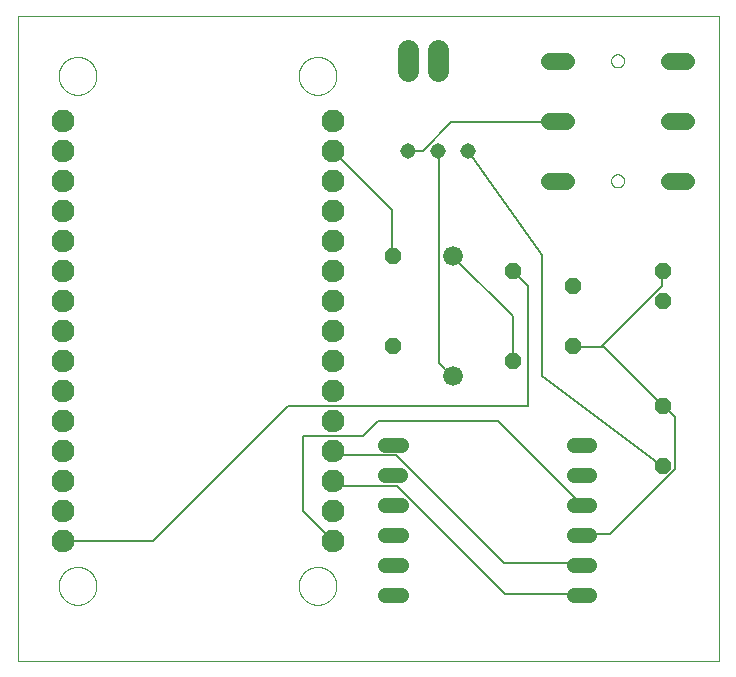
<source format=gtl>
G75*
%MOIN*%
%OFA0B0*%
%FSLAX25Y25*%
%IPPOS*%
%LPD*%
%AMOC8*
5,1,8,0,0,1.08239X$1,22.5*
%
%ADD10C,0.00000*%
%ADD11OC8,0.05200*%
%ADD12C,0.06600*%
%ADD13C,0.05543*%
%ADD14C,0.07600*%
%ADD15C,0.04921*%
%ADD16C,0.05150*%
%ADD17C,0.07087*%
%ADD18C,0.00600*%
D10*
X0001000Y0001000D02*
X0001000Y0215961D01*
X0234701Y0215961D01*
X0234701Y0001000D01*
X0001000Y0001000D01*
X0014701Y0026000D02*
X0014703Y0026158D01*
X0014709Y0026316D01*
X0014719Y0026474D01*
X0014733Y0026632D01*
X0014751Y0026789D01*
X0014772Y0026946D01*
X0014798Y0027102D01*
X0014828Y0027258D01*
X0014861Y0027413D01*
X0014899Y0027566D01*
X0014940Y0027719D01*
X0014985Y0027871D01*
X0015034Y0028022D01*
X0015087Y0028171D01*
X0015143Y0028319D01*
X0015203Y0028465D01*
X0015267Y0028610D01*
X0015335Y0028753D01*
X0015406Y0028895D01*
X0015480Y0029035D01*
X0015558Y0029172D01*
X0015640Y0029308D01*
X0015724Y0029442D01*
X0015813Y0029573D01*
X0015904Y0029702D01*
X0015999Y0029829D01*
X0016096Y0029954D01*
X0016197Y0030076D01*
X0016301Y0030195D01*
X0016408Y0030312D01*
X0016518Y0030426D01*
X0016631Y0030537D01*
X0016746Y0030646D01*
X0016864Y0030751D01*
X0016985Y0030853D01*
X0017108Y0030953D01*
X0017234Y0031049D01*
X0017362Y0031142D01*
X0017492Y0031232D01*
X0017625Y0031318D01*
X0017760Y0031402D01*
X0017896Y0031481D01*
X0018035Y0031558D01*
X0018176Y0031630D01*
X0018318Y0031700D01*
X0018462Y0031765D01*
X0018608Y0031827D01*
X0018755Y0031885D01*
X0018904Y0031940D01*
X0019054Y0031991D01*
X0019205Y0032038D01*
X0019357Y0032081D01*
X0019510Y0032120D01*
X0019665Y0032156D01*
X0019820Y0032187D01*
X0019976Y0032215D01*
X0020132Y0032239D01*
X0020289Y0032259D01*
X0020447Y0032275D01*
X0020604Y0032287D01*
X0020763Y0032295D01*
X0020921Y0032299D01*
X0021079Y0032299D01*
X0021237Y0032295D01*
X0021396Y0032287D01*
X0021553Y0032275D01*
X0021711Y0032259D01*
X0021868Y0032239D01*
X0022024Y0032215D01*
X0022180Y0032187D01*
X0022335Y0032156D01*
X0022490Y0032120D01*
X0022643Y0032081D01*
X0022795Y0032038D01*
X0022946Y0031991D01*
X0023096Y0031940D01*
X0023245Y0031885D01*
X0023392Y0031827D01*
X0023538Y0031765D01*
X0023682Y0031700D01*
X0023824Y0031630D01*
X0023965Y0031558D01*
X0024104Y0031481D01*
X0024240Y0031402D01*
X0024375Y0031318D01*
X0024508Y0031232D01*
X0024638Y0031142D01*
X0024766Y0031049D01*
X0024892Y0030953D01*
X0025015Y0030853D01*
X0025136Y0030751D01*
X0025254Y0030646D01*
X0025369Y0030537D01*
X0025482Y0030426D01*
X0025592Y0030312D01*
X0025699Y0030195D01*
X0025803Y0030076D01*
X0025904Y0029954D01*
X0026001Y0029829D01*
X0026096Y0029702D01*
X0026187Y0029573D01*
X0026276Y0029442D01*
X0026360Y0029308D01*
X0026442Y0029172D01*
X0026520Y0029035D01*
X0026594Y0028895D01*
X0026665Y0028753D01*
X0026733Y0028610D01*
X0026797Y0028465D01*
X0026857Y0028319D01*
X0026913Y0028171D01*
X0026966Y0028022D01*
X0027015Y0027871D01*
X0027060Y0027719D01*
X0027101Y0027566D01*
X0027139Y0027413D01*
X0027172Y0027258D01*
X0027202Y0027102D01*
X0027228Y0026946D01*
X0027249Y0026789D01*
X0027267Y0026632D01*
X0027281Y0026474D01*
X0027291Y0026316D01*
X0027297Y0026158D01*
X0027299Y0026000D01*
X0027297Y0025842D01*
X0027291Y0025684D01*
X0027281Y0025526D01*
X0027267Y0025368D01*
X0027249Y0025211D01*
X0027228Y0025054D01*
X0027202Y0024898D01*
X0027172Y0024742D01*
X0027139Y0024587D01*
X0027101Y0024434D01*
X0027060Y0024281D01*
X0027015Y0024129D01*
X0026966Y0023978D01*
X0026913Y0023829D01*
X0026857Y0023681D01*
X0026797Y0023535D01*
X0026733Y0023390D01*
X0026665Y0023247D01*
X0026594Y0023105D01*
X0026520Y0022965D01*
X0026442Y0022828D01*
X0026360Y0022692D01*
X0026276Y0022558D01*
X0026187Y0022427D01*
X0026096Y0022298D01*
X0026001Y0022171D01*
X0025904Y0022046D01*
X0025803Y0021924D01*
X0025699Y0021805D01*
X0025592Y0021688D01*
X0025482Y0021574D01*
X0025369Y0021463D01*
X0025254Y0021354D01*
X0025136Y0021249D01*
X0025015Y0021147D01*
X0024892Y0021047D01*
X0024766Y0020951D01*
X0024638Y0020858D01*
X0024508Y0020768D01*
X0024375Y0020682D01*
X0024240Y0020598D01*
X0024104Y0020519D01*
X0023965Y0020442D01*
X0023824Y0020370D01*
X0023682Y0020300D01*
X0023538Y0020235D01*
X0023392Y0020173D01*
X0023245Y0020115D01*
X0023096Y0020060D01*
X0022946Y0020009D01*
X0022795Y0019962D01*
X0022643Y0019919D01*
X0022490Y0019880D01*
X0022335Y0019844D01*
X0022180Y0019813D01*
X0022024Y0019785D01*
X0021868Y0019761D01*
X0021711Y0019741D01*
X0021553Y0019725D01*
X0021396Y0019713D01*
X0021237Y0019705D01*
X0021079Y0019701D01*
X0020921Y0019701D01*
X0020763Y0019705D01*
X0020604Y0019713D01*
X0020447Y0019725D01*
X0020289Y0019741D01*
X0020132Y0019761D01*
X0019976Y0019785D01*
X0019820Y0019813D01*
X0019665Y0019844D01*
X0019510Y0019880D01*
X0019357Y0019919D01*
X0019205Y0019962D01*
X0019054Y0020009D01*
X0018904Y0020060D01*
X0018755Y0020115D01*
X0018608Y0020173D01*
X0018462Y0020235D01*
X0018318Y0020300D01*
X0018176Y0020370D01*
X0018035Y0020442D01*
X0017896Y0020519D01*
X0017760Y0020598D01*
X0017625Y0020682D01*
X0017492Y0020768D01*
X0017362Y0020858D01*
X0017234Y0020951D01*
X0017108Y0021047D01*
X0016985Y0021147D01*
X0016864Y0021249D01*
X0016746Y0021354D01*
X0016631Y0021463D01*
X0016518Y0021574D01*
X0016408Y0021688D01*
X0016301Y0021805D01*
X0016197Y0021924D01*
X0016096Y0022046D01*
X0015999Y0022171D01*
X0015904Y0022298D01*
X0015813Y0022427D01*
X0015724Y0022558D01*
X0015640Y0022692D01*
X0015558Y0022828D01*
X0015480Y0022965D01*
X0015406Y0023105D01*
X0015335Y0023247D01*
X0015267Y0023390D01*
X0015203Y0023535D01*
X0015143Y0023681D01*
X0015087Y0023829D01*
X0015034Y0023978D01*
X0014985Y0024129D01*
X0014940Y0024281D01*
X0014899Y0024434D01*
X0014861Y0024587D01*
X0014828Y0024742D01*
X0014798Y0024898D01*
X0014772Y0025054D01*
X0014751Y0025211D01*
X0014733Y0025368D01*
X0014719Y0025526D01*
X0014709Y0025684D01*
X0014703Y0025842D01*
X0014701Y0026000D01*
X0094701Y0026000D02*
X0094703Y0026158D01*
X0094709Y0026316D01*
X0094719Y0026474D01*
X0094733Y0026632D01*
X0094751Y0026789D01*
X0094772Y0026946D01*
X0094798Y0027102D01*
X0094828Y0027258D01*
X0094861Y0027413D01*
X0094899Y0027566D01*
X0094940Y0027719D01*
X0094985Y0027871D01*
X0095034Y0028022D01*
X0095087Y0028171D01*
X0095143Y0028319D01*
X0095203Y0028465D01*
X0095267Y0028610D01*
X0095335Y0028753D01*
X0095406Y0028895D01*
X0095480Y0029035D01*
X0095558Y0029172D01*
X0095640Y0029308D01*
X0095724Y0029442D01*
X0095813Y0029573D01*
X0095904Y0029702D01*
X0095999Y0029829D01*
X0096096Y0029954D01*
X0096197Y0030076D01*
X0096301Y0030195D01*
X0096408Y0030312D01*
X0096518Y0030426D01*
X0096631Y0030537D01*
X0096746Y0030646D01*
X0096864Y0030751D01*
X0096985Y0030853D01*
X0097108Y0030953D01*
X0097234Y0031049D01*
X0097362Y0031142D01*
X0097492Y0031232D01*
X0097625Y0031318D01*
X0097760Y0031402D01*
X0097896Y0031481D01*
X0098035Y0031558D01*
X0098176Y0031630D01*
X0098318Y0031700D01*
X0098462Y0031765D01*
X0098608Y0031827D01*
X0098755Y0031885D01*
X0098904Y0031940D01*
X0099054Y0031991D01*
X0099205Y0032038D01*
X0099357Y0032081D01*
X0099510Y0032120D01*
X0099665Y0032156D01*
X0099820Y0032187D01*
X0099976Y0032215D01*
X0100132Y0032239D01*
X0100289Y0032259D01*
X0100447Y0032275D01*
X0100604Y0032287D01*
X0100763Y0032295D01*
X0100921Y0032299D01*
X0101079Y0032299D01*
X0101237Y0032295D01*
X0101396Y0032287D01*
X0101553Y0032275D01*
X0101711Y0032259D01*
X0101868Y0032239D01*
X0102024Y0032215D01*
X0102180Y0032187D01*
X0102335Y0032156D01*
X0102490Y0032120D01*
X0102643Y0032081D01*
X0102795Y0032038D01*
X0102946Y0031991D01*
X0103096Y0031940D01*
X0103245Y0031885D01*
X0103392Y0031827D01*
X0103538Y0031765D01*
X0103682Y0031700D01*
X0103824Y0031630D01*
X0103965Y0031558D01*
X0104104Y0031481D01*
X0104240Y0031402D01*
X0104375Y0031318D01*
X0104508Y0031232D01*
X0104638Y0031142D01*
X0104766Y0031049D01*
X0104892Y0030953D01*
X0105015Y0030853D01*
X0105136Y0030751D01*
X0105254Y0030646D01*
X0105369Y0030537D01*
X0105482Y0030426D01*
X0105592Y0030312D01*
X0105699Y0030195D01*
X0105803Y0030076D01*
X0105904Y0029954D01*
X0106001Y0029829D01*
X0106096Y0029702D01*
X0106187Y0029573D01*
X0106276Y0029442D01*
X0106360Y0029308D01*
X0106442Y0029172D01*
X0106520Y0029035D01*
X0106594Y0028895D01*
X0106665Y0028753D01*
X0106733Y0028610D01*
X0106797Y0028465D01*
X0106857Y0028319D01*
X0106913Y0028171D01*
X0106966Y0028022D01*
X0107015Y0027871D01*
X0107060Y0027719D01*
X0107101Y0027566D01*
X0107139Y0027413D01*
X0107172Y0027258D01*
X0107202Y0027102D01*
X0107228Y0026946D01*
X0107249Y0026789D01*
X0107267Y0026632D01*
X0107281Y0026474D01*
X0107291Y0026316D01*
X0107297Y0026158D01*
X0107299Y0026000D01*
X0107297Y0025842D01*
X0107291Y0025684D01*
X0107281Y0025526D01*
X0107267Y0025368D01*
X0107249Y0025211D01*
X0107228Y0025054D01*
X0107202Y0024898D01*
X0107172Y0024742D01*
X0107139Y0024587D01*
X0107101Y0024434D01*
X0107060Y0024281D01*
X0107015Y0024129D01*
X0106966Y0023978D01*
X0106913Y0023829D01*
X0106857Y0023681D01*
X0106797Y0023535D01*
X0106733Y0023390D01*
X0106665Y0023247D01*
X0106594Y0023105D01*
X0106520Y0022965D01*
X0106442Y0022828D01*
X0106360Y0022692D01*
X0106276Y0022558D01*
X0106187Y0022427D01*
X0106096Y0022298D01*
X0106001Y0022171D01*
X0105904Y0022046D01*
X0105803Y0021924D01*
X0105699Y0021805D01*
X0105592Y0021688D01*
X0105482Y0021574D01*
X0105369Y0021463D01*
X0105254Y0021354D01*
X0105136Y0021249D01*
X0105015Y0021147D01*
X0104892Y0021047D01*
X0104766Y0020951D01*
X0104638Y0020858D01*
X0104508Y0020768D01*
X0104375Y0020682D01*
X0104240Y0020598D01*
X0104104Y0020519D01*
X0103965Y0020442D01*
X0103824Y0020370D01*
X0103682Y0020300D01*
X0103538Y0020235D01*
X0103392Y0020173D01*
X0103245Y0020115D01*
X0103096Y0020060D01*
X0102946Y0020009D01*
X0102795Y0019962D01*
X0102643Y0019919D01*
X0102490Y0019880D01*
X0102335Y0019844D01*
X0102180Y0019813D01*
X0102024Y0019785D01*
X0101868Y0019761D01*
X0101711Y0019741D01*
X0101553Y0019725D01*
X0101396Y0019713D01*
X0101237Y0019705D01*
X0101079Y0019701D01*
X0100921Y0019701D01*
X0100763Y0019705D01*
X0100604Y0019713D01*
X0100447Y0019725D01*
X0100289Y0019741D01*
X0100132Y0019761D01*
X0099976Y0019785D01*
X0099820Y0019813D01*
X0099665Y0019844D01*
X0099510Y0019880D01*
X0099357Y0019919D01*
X0099205Y0019962D01*
X0099054Y0020009D01*
X0098904Y0020060D01*
X0098755Y0020115D01*
X0098608Y0020173D01*
X0098462Y0020235D01*
X0098318Y0020300D01*
X0098176Y0020370D01*
X0098035Y0020442D01*
X0097896Y0020519D01*
X0097760Y0020598D01*
X0097625Y0020682D01*
X0097492Y0020768D01*
X0097362Y0020858D01*
X0097234Y0020951D01*
X0097108Y0021047D01*
X0096985Y0021147D01*
X0096864Y0021249D01*
X0096746Y0021354D01*
X0096631Y0021463D01*
X0096518Y0021574D01*
X0096408Y0021688D01*
X0096301Y0021805D01*
X0096197Y0021924D01*
X0096096Y0022046D01*
X0095999Y0022171D01*
X0095904Y0022298D01*
X0095813Y0022427D01*
X0095724Y0022558D01*
X0095640Y0022692D01*
X0095558Y0022828D01*
X0095480Y0022965D01*
X0095406Y0023105D01*
X0095335Y0023247D01*
X0095267Y0023390D01*
X0095203Y0023535D01*
X0095143Y0023681D01*
X0095087Y0023829D01*
X0095034Y0023978D01*
X0094985Y0024129D01*
X0094940Y0024281D01*
X0094899Y0024434D01*
X0094861Y0024587D01*
X0094828Y0024742D01*
X0094798Y0024898D01*
X0094772Y0025054D01*
X0094751Y0025211D01*
X0094733Y0025368D01*
X0094719Y0025526D01*
X0094709Y0025684D01*
X0094703Y0025842D01*
X0094701Y0026000D01*
X0198835Y0161000D02*
X0198837Y0161093D01*
X0198843Y0161185D01*
X0198853Y0161277D01*
X0198867Y0161368D01*
X0198884Y0161459D01*
X0198906Y0161549D01*
X0198931Y0161638D01*
X0198960Y0161726D01*
X0198993Y0161812D01*
X0199030Y0161897D01*
X0199070Y0161981D01*
X0199114Y0162062D01*
X0199161Y0162142D01*
X0199211Y0162220D01*
X0199265Y0162295D01*
X0199322Y0162368D01*
X0199382Y0162438D01*
X0199445Y0162506D01*
X0199511Y0162571D01*
X0199579Y0162633D01*
X0199650Y0162693D01*
X0199724Y0162749D01*
X0199800Y0162802D01*
X0199878Y0162851D01*
X0199958Y0162898D01*
X0200040Y0162940D01*
X0200124Y0162980D01*
X0200209Y0163015D01*
X0200296Y0163047D01*
X0200384Y0163076D01*
X0200473Y0163100D01*
X0200563Y0163121D01*
X0200654Y0163137D01*
X0200746Y0163150D01*
X0200838Y0163159D01*
X0200931Y0163164D01*
X0201023Y0163165D01*
X0201116Y0163162D01*
X0201208Y0163155D01*
X0201300Y0163144D01*
X0201391Y0163129D01*
X0201482Y0163111D01*
X0201572Y0163088D01*
X0201660Y0163062D01*
X0201748Y0163032D01*
X0201834Y0162998D01*
X0201918Y0162961D01*
X0202001Y0162919D01*
X0202082Y0162875D01*
X0202162Y0162827D01*
X0202239Y0162776D01*
X0202313Y0162721D01*
X0202386Y0162663D01*
X0202456Y0162603D01*
X0202523Y0162539D01*
X0202587Y0162473D01*
X0202649Y0162403D01*
X0202707Y0162332D01*
X0202762Y0162258D01*
X0202814Y0162181D01*
X0202863Y0162102D01*
X0202909Y0162022D01*
X0202951Y0161939D01*
X0202989Y0161855D01*
X0203024Y0161769D01*
X0203055Y0161682D01*
X0203082Y0161594D01*
X0203105Y0161504D01*
X0203125Y0161414D01*
X0203141Y0161323D01*
X0203153Y0161231D01*
X0203161Y0161139D01*
X0203165Y0161046D01*
X0203165Y0160954D01*
X0203161Y0160861D01*
X0203153Y0160769D01*
X0203141Y0160677D01*
X0203125Y0160586D01*
X0203105Y0160496D01*
X0203082Y0160406D01*
X0203055Y0160318D01*
X0203024Y0160231D01*
X0202989Y0160145D01*
X0202951Y0160061D01*
X0202909Y0159978D01*
X0202863Y0159898D01*
X0202814Y0159819D01*
X0202762Y0159742D01*
X0202707Y0159668D01*
X0202649Y0159597D01*
X0202587Y0159527D01*
X0202523Y0159461D01*
X0202456Y0159397D01*
X0202386Y0159337D01*
X0202313Y0159279D01*
X0202239Y0159224D01*
X0202162Y0159173D01*
X0202083Y0159125D01*
X0202001Y0159081D01*
X0201918Y0159039D01*
X0201834Y0159002D01*
X0201748Y0158968D01*
X0201660Y0158938D01*
X0201572Y0158912D01*
X0201482Y0158889D01*
X0201391Y0158871D01*
X0201300Y0158856D01*
X0201208Y0158845D01*
X0201116Y0158838D01*
X0201023Y0158835D01*
X0200931Y0158836D01*
X0200838Y0158841D01*
X0200746Y0158850D01*
X0200654Y0158863D01*
X0200563Y0158879D01*
X0200473Y0158900D01*
X0200384Y0158924D01*
X0200296Y0158953D01*
X0200209Y0158985D01*
X0200124Y0159020D01*
X0200040Y0159060D01*
X0199958Y0159102D01*
X0199878Y0159149D01*
X0199800Y0159198D01*
X0199724Y0159251D01*
X0199650Y0159307D01*
X0199579Y0159367D01*
X0199511Y0159429D01*
X0199445Y0159494D01*
X0199382Y0159562D01*
X0199322Y0159632D01*
X0199265Y0159705D01*
X0199211Y0159780D01*
X0199161Y0159858D01*
X0199114Y0159938D01*
X0199070Y0160019D01*
X0199030Y0160103D01*
X0198993Y0160188D01*
X0198960Y0160274D01*
X0198931Y0160362D01*
X0198906Y0160451D01*
X0198884Y0160541D01*
X0198867Y0160632D01*
X0198853Y0160723D01*
X0198843Y0160815D01*
X0198837Y0160907D01*
X0198835Y0161000D01*
X0198835Y0201000D02*
X0198837Y0201093D01*
X0198843Y0201185D01*
X0198853Y0201277D01*
X0198867Y0201368D01*
X0198884Y0201459D01*
X0198906Y0201549D01*
X0198931Y0201638D01*
X0198960Y0201726D01*
X0198993Y0201812D01*
X0199030Y0201897D01*
X0199070Y0201981D01*
X0199114Y0202062D01*
X0199161Y0202142D01*
X0199211Y0202220D01*
X0199265Y0202295D01*
X0199322Y0202368D01*
X0199382Y0202438D01*
X0199445Y0202506D01*
X0199511Y0202571D01*
X0199579Y0202633D01*
X0199650Y0202693D01*
X0199724Y0202749D01*
X0199800Y0202802D01*
X0199878Y0202851D01*
X0199958Y0202898D01*
X0200040Y0202940D01*
X0200124Y0202980D01*
X0200209Y0203015D01*
X0200296Y0203047D01*
X0200384Y0203076D01*
X0200473Y0203100D01*
X0200563Y0203121D01*
X0200654Y0203137D01*
X0200746Y0203150D01*
X0200838Y0203159D01*
X0200931Y0203164D01*
X0201023Y0203165D01*
X0201116Y0203162D01*
X0201208Y0203155D01*
X0201300Y0203144D01*
X0201391Y0203129D01*
X0201482Y0203111D01*
X0201572Y0203088D01*
X0201660Y0203062D01*
X0201748Y0203032D01*
X0201834Y0202998D01*
X0201918Y0202961D01*
X0202001Y0202919D01*
X0202082Y0202875D01*
X0202162Y0202827D01*
X0202239Y0202776D01*
X0202313Y0202721D01*
X0202386Y0202663D01*
X0202456Y0202603D01*
X0202523Y0202539D01*
X0202587Y0202473D01*
X0202649Y0202403D01*
X0202707Y0202332D01*
X0202762Y0202258D01*
X0202814Y0202181D01*
X0202863Y0202102D01*
X0202909Y0202022D01*
X0202951Y0201939D01*
X0202989Y0201855D01*
X0203024Y0201769D01*
X0203055Y0201682D01*
X0203082Y0201594D01*
X0203105Y0201504D01*
X0203125Y0201414D01*
X0203141Y0201323D01*
X0203153Y0201231D01*
X0203161Y0201139D01*
X0203165Y0201046D01*
X0203165Y0200954D01*
X0203161Y0200861D01*
X0203153Y0200769D01*
X0203141Y0200677D01*
X0203125Y0200586D01*
X0203105Y0200496D01*
X0203082Y0200406D01*
X0203055Y0200318D01*
X0203024Y0200231D01*
X0202989Y0200145D01*
X0202951Y0200061D01*
X0202909Y0199978D01*
X0202863Y0199898D01*
X0202814Y0199819D01*
X0202762Y0199742D01*
X0202707Y0199668D01*
X0202649Y0199597D01*
X0202587Y0199527D01*
X0202523Y0199461D01*
X0202456Y0199397D01*
X0202386Y0199337D01*
X0202313Y0199279D01*
X0202239Y0199224D01*
X0202162Y0199173D01*
X0202083Y0199125D01*
X0202001Y0199081D01*
X0201918Y0199039D01*
X0201834Y0199002D01*
X0201748Y0198968D01*
X0201660Y0198938D01*
X0201572Y0198912D01*
X0201482Y0198889D01*
X0201391Y0198871D01*
X0201300Y0198856D01*
X0201208Y0198845D01*
X0201116Y0198838D01*
X0201023Y0198835D01*
X0200931Y0198836D01*
X0200838Y0198841D01*
X0200746Y0198850D01*
X0200654Y0198863D01*
X0200563Y0198879D01*
X0200473Y0198900D01*
X0200384Y0198924D01*
X0200296Y0198953D01*
X0200209Y0198985D01*
X0200124Y0199020D01*
X0200040Y0199060D01*
X0199958Y0199102D01*
X0199878Y0199149D01*
X0199800Y0199198D01*
X0199724Y0199251D01*
X0199650Y0199307D01*
X0199579Y0199367D01*
X0199511Y0199429D01*
X0199445Y0199494D01*
X0199382Y0199562D01*
X0199322Y0199632D01*
X0199265Y0199705D01*
X0199211Y0199780D01*
X0199161Y0199858D01*
X0199114Y0199938D01*
X0199070Y0200019D01*
X0199030Y0200103D01*
X0198993Y0200188D01*
X0198960Y0200274D01*
X0198931Y0200362D01*
X0198906Y0200451D01*
X0198884Y0200541D01*
X0198867Y0200632D01*
X0198853Y0200723D01*
X0198843Y0200815D01*
X0198837Y0200907D01*
X0198835Y0201000D01*
X0094701Y0196000D02*
X0094703Y0196158D01*
X0094709Y0196316D01*
X0094719Y0196474D01*
X0094733Y0196632D01*
X0094751Y0196789D01*
X0094772Y0196946D01*
X0094798Y0197102D01*
X0094828Y0197258D01*
X0094861Y0197413D01*
X0094899Y0197566D01*
X0094940Y0197719D01*
X0094985Y0197871D01*
X0095034Y0198022D01*
X0095087Y0198171D01*
X0095143Y0198319D01*
X0095203Y0198465D01*
X0095267Y0198610D01*
X0095335Y0198753D01*
X0095406Y0198895D01*
X0095480Y0199035D01*
X0095558Y0199172D01*
X0095640Y0199308D01*
X0095724Y0199442D01*
X0095813Y0199573D01*
X0095904Y0199702D01*
X0095999Y0199829D01*
X0096096Y0199954D01*
X0096197Y0200076D01*
X0096301Y0200195D01*
X0096408Y0200312D01*
X0096518Y0200426D01*
X0096631Y0200537D01*
X0096746Y0200646D01*
X0096864Y0200751D01*
X0096985Y0200853D01*
X0097108Y0200953D01*
X0097234Y0201049D01*
X0097362Y0201142D01*
X0097492Y0201232D01*
X0097625Y0201318D01*
X0097760Y0201402D01*
X0097896Y0201481D01*
X0098035Y0201558D01*
X0098176Y0201630D01*
X0098318Y0201700D01*
X0098462Y0201765D01*
X0098608Y0201827D01*
X0098755Y0201885D01*
X0098904Y0201940D01*
X0099054Y0201991D01*
X0099205Y0202038D01*
X0099357Y0202081D01*
X0099510Y0202120D01*
X0099665Y0202156D01*
X0099820Y0202187D01*
X0099976Y0202215D01*
X0100132Y0202239D01*
X0100289Y0202259D01*
X0100447Y0202275D01*
X0100604Y0202287D01*
X0100763Y0202295D01*
X0100921Y0202299D01*
X0101079Y0202299D01*
X0101237Y0202295D01*
X0101396Y0202287D01*
X0101553Y0202275D01*
X0101711Y0202259D01*
X0101868Y0202239D01*
X0102024Y0202215D01*
X0102180Y0202187D01*
X0102335Y0202156D01*
X0102490Y0202120D01*
X0102643Y0202081D01*
X0102795Y0202038D01*
X0102946Y0201991D01*
X0103096Y0201940D01*
X0103245Y0201885D01*
X0103392Y0201827D01*
X0103538Y0201765D01*
X0103682Y0201700D01*
X0103824Y0201630D01*
X0103965Y0201558D01*
X0104104Y0201481D01*
X0104240Y0201402D01*
X0104375Y0201318D01*
X0104508Y0201232D01*
X0104638Y0201142D01*
X0104766Y0201049D01*
X0104892Y0200953D01*
X0105015Y0200853D01*
X0105136Y0200751D01*
X0105254Y0200646D01*
X0105369Y0200537D01*
X0105482Y0200426D01*
X0105592Y0200312D01*
X0105699Y0200195D01*
X0105803Y0200076D01*
X0105904Y0199954D01*
X0106001Y0199829D01*
X0106096Y0199702D01*
X0106187Y0199573D01*
X0106276Y0199442D01*
X0106360Y0199308D01*
X0106442Y0199172D01*
X0106520Y0199035D01*
X0106594Y0198895D01*
X0106665Y0198753D01*
X0106733Y0198610D01*
X0106797Y0198465D01*
X0106857Y0198319D01*
X0106913Y0198171D01*
X0106966Y0198022D01*
X0107015Y0197871D01*
X0107060Y0197719D01*
X0107101Y0197566D01*
X0107139Y0197413D01*
X0107172Y0197258D01*
X0107202Y0197102D01*
X0107228Y0196946D01*
X0107249Y0196789D01*
X0107267Y0196632D01*
X0107281Y0196474D01*
X0107291Y0196316D01*
X0107297Y0196158D01*
X0107299Y0196000D01*
X0107297Y0195842D01*
X0107291Y0195684D01*
X0107281Y0195526D01*
X0107267Y0195368D01*
X0107249Y0195211D01*
X0107228Y0195054D01*
X0107202Y0194898D01*
X0107172Y0194742D01*
X0107139Y0194587D01*
X0107101Y0194434D01*
X0107060Y0194281D01*
X0107015Y0194129D01*
X0106966Y0193978D01*
X0106913Y0193829D01*
X0106857Y0193681D01*
X0106797Y0193535D01*
X0106733Y0193390D01*
X0106665Y0193247D01*
X0106594Y0193105D01*
X0106520Y0192965D01*
X0106442Y0192828D01*
X0106360Y0192692D01*
X0106276Y0192558D01*
X0106187Y0192427D01*
X0106096Y0192298D01*
X0106001Y0192171D01*
X0105904Y0192046D01*
X0105803Y0191924D01*
X0105699Y0191805D01*
X0105592Y0191688D01*
X0105482Y0191574D01*
X0105369Y0191463D01*
X0105254Y0191354D01*
X0105136Y0191249D01*
X0105015Y0191147D01*
X0104892Y0191047D01*
X0104766Y0190951D01*
X0104638Y0190858D01*
X0104508Y0190768D01*
X0104375Y0190682D01*
X0104240Y0190598D01*
X0104104Y0190519D01*
X0103965Y0190442D01*
X0103824Y0190370D01*
X0103682Y0190300D01*
X0103538Y0190235D01*
X0103392Y0190173D01*
X0103245Y0190115D01*
X0103096Y0190060D01*
X0102946Y0190009D01*
X0102795Y0189962D01*
X0102643Y0189919D01*
X0102490Y0189880D01*
X0102335Y0189844D01*
X0102180Y0189813D01*
X0102024Y0189785D01*
X0101868Y0189761D01*
X0101711Y0189741D01*
X0101553Y0189725D01*
X0101396Y0189713D01*
X0101237Y0189705D01*
X0101079Y0189701D01*
X0100921Y0189701D01*
X0100763Y0189705D01*
X0100604Y0189713D01*
X0100447Y0189725D01*
X0100289Y0189741D01*
X0100132Y0189761D01*
X0099976Y0189785D01*
X0099820Y0189813D01*
X0099665Y0189844D01*
X0099510Y0189880D01*
X0099357Y0189919D01*
X0099205Y0189962D01*
X0099054Y0190009D01*
X0098904Y0190060D01*
X0098755Y0190115D01*
X0098608Y0190173D01*
X0098462Y0190235D01*
X0098318Y0190300D01*
X0098176Y0190370D01*
X0098035Y0190442D01*
X0097896Y0190519D01*
X0097760Y0190598D01*
X0097625Y0190682D01*
X0097492Y0190768D01*
X0097362Y0190858D01*
X0097234Y0190951D01*
X0097108Y0191047D01*
X0096985Y0191147D01*
X0096864Y0191249D01*
X0096746Y0191354D01*
X0096631Y0191463D01*
X0096518Y0191574D01*
X0096408Y0191688D01*
X0096301Y0191805D01*
X0096197Y0191924D01*
X0096096Y0192046D01*
X0095999Y0192171D01*
X0095904Y0192298D01*
X0095813Y0192427D01*
X0095724Y0192558D01*
X0095640Y0192692D01*
X0095558Y0192828D01*
X0095480Y0192965D01*
X0095406Y0193105D01*
X0095335Y0193247D01*
X0095267Y0193390D01*
X0095203Y0193535D01*
X0095143Y0193681D01*
X0095087Y0193829D01*
X0095034Y0193978D01*
X0094985Y0194129D01*
X0094940Y0194281D01*
X0094899Y0194434D01*
X0094861Y0194587D01*
X0094828Y0194742D01*
X0094798Y0194898D01*
X0094772Y0195054D01*
X0094751Y0195211D01*
X0094733Y0195368D01*
X0094719Y0195526D01*
X0094709Y0195684D01*
X0094703Y0195842D01*
X0094701Y0196000D01*
X0014701Y0196000D02*
X0014703Y0196158D01*
X0014709Y0196316D01*
X0014719Y0196474D01*
X0014733Y0196632D01*
X0014751Y0196789D01*
X0014772Y0196946D01*
X0014798Y0197102D01*
X0014828Y0197258D01*
X0014861Y0197413D01*
X0014899Y0197566D01*
X0014940Y0197719D01*
X0014985Y0197871D01*
X0015034Y0198022D01*
X0015087Y0198171D01*
X0015143Y0198319D01*
X0015203Y0198465D01*
X0015267Y0198610D01*
X0015335Y0198753D01*
X0015406Y0198895D01*
X0015480Y0199035D01*
X0015558Y0199172D01*
X0015640Y0199308D01*
X0015724Y0199442D01*
X0015813Y0199573D01*
X0015904Y0199702D01*
X0015999Y0199829D01*
X0016096Y0199954D01*
X0016197Y0200076D01*
X0016301Y0200195D01*
X0016408Y0200312D01*
X0016518Y0200426D01*
X0016631Y0200537D01*
X0016746Y0200646D01*
X0016864Y0200751D01*
X0016985Y0200853D01*
X0017108Y0200953D01*
X0017234Y0201049D01*
X0017362Y0201142D01*
X0017492Y0201232D01*
X0017625Y0201318D01*
X0017760Y0201402D01*
X0017896Y0201481D01*
X0018035Y0201558D01*
X0018176Y0201630D01*
X0018318Y0201700D01*
X0018462Y0201765D01*
X0018608Y0201827D01*
X0018755Y0201885D01*
X0018904Y0201940D01*
X0019054Y0201991D01*
X0019205Y0202038D01*
X0019357Y0202081D01*
X0019510Y0202120D01*
X0019665Y0202156D01*
X0019820Y0202187D01*
X0019976Y0202215D01*
X0020132Y0202239D01*
X0020289Y0202259D01*
X0020447Y0202275D01*
X0020604Y0202287D01*
X0020763Y0202295D01*
X0020921Y0202299D01*
X0021079Y0202299D01*
X0021237Y0202295D01*
X0021396Y0202287D01*
X0021553Y0202275D01*
X0021711Y0202259D01*
X0021868Y0202239D01*
X0022024Y0202215D01*
X0022180Y0202187D01*
X0022335Y0202156D01*
X0022490Y0202120D01*
X0022643Y0202081D01*
X0022795Y0202038D01*
X0022946Y0201991D01*
X0023096Y0201940D01*
X0023245Y0201885D01*
X0023392Y0201827D01*
X0023538Y0201765D01*
X0023682Y0201700D01*
X0023824Y0201630D01*
X0023965Y0201558D01*
X0024104Y0201481D01*
X0024240Y0201402D01*
X0024375Y0201318D01*
X0024508Y0201232D01*
X0024638Y0201142D01*
X0024766Y0201049D01*
X0024892Y0200953D01*
X0025015Y0200853D01*
X0025136Y0200751D01*
X0025254Y0200646D01*
X0025369Y0200537D01*
X0025482Y0200426D01*
X0025592Y0200312D01*
X0025699Y0200195D01*
X0025803Y0200076D01*
X0025904Y0199954D01*
X0026001Y0199829D01*
X0026096Y0199702D01*
X0026187Y0199573D01*
X0026276Y0199442D01*
X0026360Y0199308D01*
X0026442Y0199172D01*
X0026520Y0199035D01*
X0026594Y0198895D01*
X0026665Y0198753D01*
X0026733Y0198610D01*
X0026797Y0198465D01*
X0026857Y0198319D01*
X0026913Y0198171D01*
X0026966Y0198022D01*
X0027015Y0197871D01*
X0027060Y0197719D01*
X0027101Y0197566D01*
X0027139Y0197413D01*
X0027172Y0197258D01*
X0027202Y0197102D01*
X0027228Y0196946D01*
X0027249Y0196789D01*
X0027267Y0196632D01*
X0027281Y0196474D01*
X0027291Y0196316D01*
X0027297Y0196158D01*
X0027299Y0196000D01*
X0027297Y0195842D01*
X0027291Y0195684D01*
X0027281Y0195526D01*
X0027267Y0195368D01*
X0027249Y0195211D01*
X0027228Y0195054D01*
X0027202Y0194898D01*
X0027172Y0194742D01*
X0027139Y0194587D01*
X0027101Y0194434D01*
X0027060Y0194281D01*
X0027015Y0194129D01*
X0026966Y0193978D01*
X0026913Y0193829D01*
X0026857Y0193681D01*
X0026797Y0193535D01*
X0026733Y0193390D01*
X0026665Y0193247D01*
X0026594Y0193105D01*
X0026520Y0192965D01*
X0026442Y0192828D01*
X0026360Y0192692D01*
X0026276Y0192558D01*
X0026187Y0192427D01*
X0026096Y0192298D01*
X0026001Y0192171D01*
X0025904Y0192046D01*
X0025803Y0191924D01*
X0025699Y0191805D01*
X0025592Y0191688D01*
X0025482Y0191574D01*
X0025369Y0191463D01*
X0025254Y0191354D01*
X0025136Y0191249D01*
X0025015Y0191147D01*
X0024892Y0191047D01*
X0024766Y0190951D01*
X0024638Y0190858D01*
X0024508Y0190768D01*
X0024375Y0190682D01*
X0024240Y0190598D01*
X0024104Y0190519D01*
X0023965Y0190442D01*
X0023824Y0190370D01*
X0023682Y0190300D01*
X0023538Y0190235D01*
X0023392Y0190173D01*
X0023245Y0190115D01*
X0023096Y0190060D01*
X0022946Y0190009D01*
X0022795Y0189962D01*
X0022643Y0189919D01*
X0022490Y0189880D01*
X0022335Y0189844D01*
X0022180Y0189813D01*
X0022024Y0189785D01*
X0021868Y0189761D01*
X0021711Y0189741D01*
X0021553Y0189725D01*
X0021396Y0189713D01*
X0021237Y0189705D01*
X0021079Y0189701D01*
X0020921Y0189701D01*
X0020763Y0189705D01*
X0020604Y0189713D01*
X0020447Y0189725D01*
X0020289Y0189741D01*
X0020132Y0189761D01*
X0019976Y0189785D01*
X0019820Y0189813D01*
X0019665Y0189844D01*
X0019510Y0189880D01*
X0019357Y0189919D01*
X0019205Y0189962D01*
X0019054Y0190009D01*
X0018904Y0190060D01*
X0018755Y0190115D01*
X0018608Y0190173D01*
X0018462Y0190235D01*
X0018318Y0190300D01*
X0018176Y0190370D01*
X0018035Y0190442D01*
X0017896Y0190519D01*
X0017760Y0190598D01*
X0017625Y0190682D01*
X0017492Y0190768D01*
X0017362Y0190858D01*
X0017234Y0190951D01*
X0017108Y0191047D01*
X0016985Y0191147D01*
X0016864Y0191249D01*
X0016746Y0191354D01*
X0016631Y0191463D01*
X0016518Y0191574D01*
X0016408Y0191688D01*
X0016301Y0191805D01*
X0016197Y0191924D01*
X0016096Y0192046D01*
X0015999Y0192171D01*
X0015904Y0192298D01*
X0015813Y0192427D01*
X0015724Y0192558D01*
X0015640Y0192692D01*
X0015558Y0192828D01*
X0015480Y0192965D01*
X0015406Y0193105D01*
X0015335Y0193247D01*
X0015267Y0193390D01*
X0015203Y0193535D01*
X0015143Y0193681D01*
X0015087Y0193829D01*
X0015034Y0193978D01*
X0014985Y0194129D01*
X0014940Y0194281D01*
X0014899Y0194434D01*
X0014861Y0194587D01*
X0014828Y0194742D01*
X0014798Y0194898D01*
X0014772Y0195054D01*
X0014751Y0195211D01*
X0014733Y0195368D01*
X0014719Y0195526D01*
X0014709Y0195684D01*
X0014703Y0195842D01*
X0014701Y0196000D01*
D11*
X0126000Y0136000D03*
X0126000Y0106000D03*
X0166000Y0101000D03*
X0186000Y0106000D03*
X0186000Y0126000D03*
X0166000Y0131000D03*
X0216000Y0131000D03*
X0216000Y0121000D03*
X0216000Y0086000D03*
X0216000Y0066000D03*
D12*
X0146000Y0096000D03*
X0146000Y0136000D03*
D13*
X0178229Y0161000D02*
X0183771Y0161000D01*
X0183771Y0181000D02*
X0178229Y0181000D01*
X0178229Y0201000D02*
X0183771Y0201000D01*
X0218229Y0201000D02*
X0223771Y0201000D01*
X0223771Y0181000D02*
X0218229Y0181000D01*
X0218229Y0161000D02*
X0223771Y0161000D01*
D14*
X0106000Y0161000D03*
X0106000Y0171000D03*
X0106000Y0181000D03*
X0106000Y0151000D03*
X0106000Y0141000D03*
X0106000Y0131000D03*
X0106000Y0121000D03*
X0106000Y0111000D03*
X0106000Y0101000D03*
X0106000Y0091000D03*
X0106000Y0081000D03*
X0106000Y0071000D03*
X0106000Y0061000D03*
X0106000Y0051000D03*
X0106000Y0041000D03*
X0016000Y0041000D03*
X0016000Y0051000D03*
X0016000Y0061000D03*
X0016000Y0071000D03*
X0016000Y0081000D03*
X0016000Y0091000D03*
X0016000Y0101000D03*
X0016000Y0111000D03*
X0016000Y0121000D03*
X0016000Y0131000D03*
X0016000Y0141000D03*
X0016000Y0151000D03*
X0016000Y0161000D03*
X0016000Y0171000D03*
X0016000Y0181000D03*
D15*
X0123342Y0073087D02*
X0128658Y0073087D01*
X0123342Y0073087D02*
X0123342Y0073087D01*
X0128658Y0073087D01*
X0128658Y0073087D01*
X0128461Y0063087D02*
X0123539Y0063087D01*
X0123539Y0063087D01*
X0128461Y0063087D01*
X0128461Y0063087D01*
X0128658Y0053087D02*
X0123342Y0053087D01*
X0123342Y0053087D01*
X0128658Y0053087D01*
X0128658Y0053087D01*
X0128658Y0043087D02*
X0123342Y0043087D01*
X0123342Y0043087D01*
X0128658Y0043087D01*
X0128658Y0043087D01*
X0128658Y0033087D02*
X0123342Y0033087D01*
X0123342Y0033087D01*
X0128658Y0033087D01*
X0128658Y0033087D01*
X0128658Y0023087D02*
X0123342Y0023087D01*
X0123342Y0023087D01*
X0128658Y0023087D01*
X0128658Y0023087D01*
X0186334Y0023087D02*
X0191650Y0023087D01*
X0186334Y0023087D02*
X0186334Y0023087D01*
X0191650Y0023087D01*
X0191650Y0023087D01*
X0191650Y0033087D02*
X0186334Y0033087D01*
X0186334Y0033087D01*
X0191650Y0033087D01*
X0191650Y0033087D01*
X0191650Y0043087D02*
X0186334Y0043087D01*
X0186334Y0043087D01*
X0191650Y0043087D01*
X0191650Y0043087D01*
X0191650Y0053087D02*
X0186334Y0053087D01*
X0186334Y0053087D01*
X0191650Y0053087D01*
X0191650Y0053087D01*
X0191453Y0063087D02*
X0186531Y0063087D01*
X0186531Y0063087D01*
X0191453Y0063087D01*
X0191453Y0063087D01*
X0191650Y0073087D02*
X0186334Y0073087D01*
X0186334Y0073087D01*
X0191650Y0073087D01*
X0191650Y0073087D01*
D16*
X0151000Y0171000D03*
X0141000Y0171000D03*
X0131000Y0171000D03*
D17*
X0131000Y0197457D02*
X0131000Y0204543D01*
X0141000Y0204543D02*
X0141000Y0197457D01*
D18*
X0145600Y0180600D02*
X0181000Y0180600D01*
X0181000Y0181000D01*
X0151000Y0171000D02*
X0175800Y0136200D01*
X0175800Y0095800D01*
X0215800Y0065800D01*
X0215800Y0066000D01*
X0216000Y0066000D01*
X0220000Y0064800D02*
X0220000Y0082200D01*
X0216400Y0085800D01*
X0216000Y0086000D01*
X0215800Y0086400D01*
X0196600Y0105600D01*
X0195400Y0105600D01*
X0215800Y0126000D01*
X0215800Y0130800D01*
X0216000Y0131000D01*
X0195400Y0105600D02*
X0186400Y0105600D01*
X0186000Y0106000D01*
X0166000Y0101000D02*
X0166000Y0115800D01*
X0146200Y0135600D01*
X0146000Y0136000D01*
X0126000Y0136000D02*
X0125800Y0136200D01*
X0125800Y0151200D01*
X0106000Y0171000D01*
X0131000Y0171000D02*
X0136000Y0171000D01*
X0145600Y0180600D01*
X0141400Y0171000D02*
X0141000Y0171000D01*
X0141400Y0171000D02*
X0141400Y0100200D01*
X0145600Y0096000D01*
X0146000Y0096000D01*
X0161079Y0081000D02*
X0188992Y0053087D01*
X0189400Y0043200D02*
X0188992Y0043087D01*
X0189400Y0043200D02*
X0198400Y0043200D01*
X0220000Y0064800D01*
X0188800Y0033600D02*
X0188992Y0033087D01*
X0188800Y0033600D02*
X0163000Y0033600D01*
X0127000Y0069600D01*
X0107200Y0069600D01*
X0106000Y0070800D01*
X0106000Y0071000D01*
X0106000Y0061000D02*
X0106000Y0060600D01*
X0107200Y0059400D01*
X0127600Y0059400D01*
X0163600Y0023400D01*
X0188800Y0023400D01*
X0188992Y0023087D01*
X0161079Y0081000D02*
X0121000Y0081000D01*
X0116000Y0076000D01*
X0096000Y0076000D01*
X0096000Y0051000D01*
X0106000Y0041000D01*
X0091000Y0086000D02*
X0046000Y0041000D01*
X0016000Y0041000D01*
X0091000Y0086000D02*
X0171000Y0086000D01*
X0171000Y0125800D01*
X0166000Y0130800D01*
X0166000Y0131000D01*
M02*

</source>
